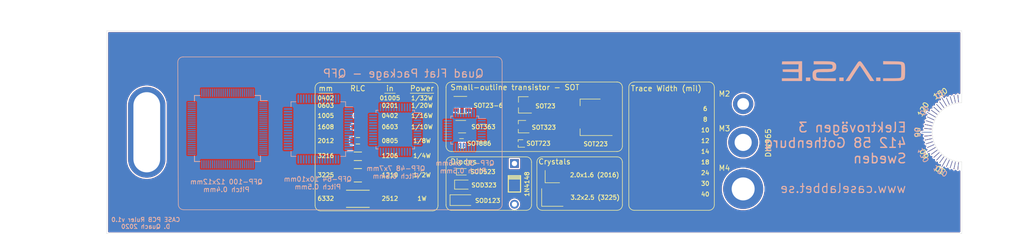
<source format=kicad_pcb>
(kicad_pcb (version 20171130) (host pcbnew "(5.1.5)-3")
  (layers (0 F.Cu signal) (31 B.Cu signal) (34 B.Paste user) (35 F.Paste user) (36 B.SilkS user) (37 F.SilkS user) (38 B.Mask user) (39 F.Mask user) (44 Edge.Cuts user))
  (net 0 "")
  (module prints:case_lab_logo_40x23mm (layer B.Cu) (at 237.9 107.5 180)
    (fp_text reference G*** hide)
    (fp_text value LOGO hide)
  )
  (module Package_QFP:LQFP-32_5x5mm_P0.5mm (layer B.Cu) (at 167 118.6 180)
    (fp_text reference REF**)
    (fp_text value LQFP-32_5x5mm_P0.5mm)
    (pad 32 smd roundrect (at -1.75 3.175 180) (size 0.3 1.5) (layers B.Cu B.Paste B.Mask))
    (pad 31 smd roundrect (at -1.25 3.175 180) (size 0.3 1.5) (layers B.Cu B.Paste B.Mask))
    (pad 30 smd roundrect (at -0.75 3.175 180) (size 0.3 1.5) (layers B.Cu B.Paste B.Mask))
    (pad 29 smd roundrect (at -0.25 3.175 180) (size 0.3 1.5) (layers B.Cu B.Paste B.Mask))
    (pad 28 smd roundrect (at 0.25 3.175 180) (size 0.3 1.5) (layers B.Cu B.Paste B.Mask))
    (pad 27 smd roundrect (at 0.75 3.175 180) (size 0.3 1.5) (layers B.Cu B.Paste B.Mask))
    (pad 26 smd roundrect (at 1.25 3.175 180) (size 0.3 1.5) (layers B.Cu B.Paste B.Mask))
    (pad 25 smd roundrect (at 1.75 3.175 180) (size 0.3 1.5) (layers B.Cu B.Paste B.Mask))
    (pad 24 smd roundrect (at 3.175 1.75 180) (size 1.5 0.3) (layers B.Cu B.Paste B.Mask))
    (pad 23 smd roundrect (at 3.175 1.25 180) (size 1.5 0.3) (layers B.Cu B.Paste B.Mask))
    (pad 22 smd roundrect (at 3.175 0.75 180) (size 1.5 0.3) (layers B.Cu B.Paste B.Mask))
    (pad 21 smd roundrect (at 3.175 0.25 180) (size 1.5 0.3) (layers B.Cu B.Paste B.Mask))
    (pad 20 smd roundrect (at 3.175 -0.25 180) (size 1.5 0.3) (layers B.Cu B.Paste B.Mask))
    (pad 19 smd roundrect (at 3.175 -0.75 180) (size 1.5 0.3) (layers B.Cu B.Paste B.Mask))
    (pad 18 smd roundrect (at 3.175 -1.25 180) (size 1.5 0.3) (layers B.Cu B.Paste B.Mask))
    (pad 17 smd roundrect (at 3.175 -1.75 180) (size 1.5 0.3) (layers B.Cu B.Paste B.Mask))
    (pad 16 smd roundrect (at 1.75 -3.175 180) (size 0.3 1.5) (layers B.Cu B.Paste B.Mask))
    (pad 15 smd roundrect (at 1.25 -3.175 180) (size 0.3 1.5) (layers B.Cu B.Paste B.Mask))
    (pad 14 smd roundrect (at 0.75 -3.175 180) (size 0.3 1.5) (layers B.Cu B.Paste B.Mask))
    (pad 13 smd roundrect (at 0.25 -3.175 180) (size 0.3 1.5) (layers B.Cu B.Paste B.Mask))
    (pad 12 smd roundrect (at -0.25 -3.175 180) (size 0.3 1.5) (layers B.Cu B.Paste B.Mask))
    (pad 11 smd roundrect (at -0.75 -3.175 180) (size 0.3 1.5) (layers B.Cu B.Paste B.Mask))
    (pad 10 smd roundrect (at -1.25 -3.175 180) (size 0.3 1.5) (layers B.Cu B.Paste B.Mask))
    (pad 9 smd roundrect (at -1.75 -3.175 180) (size 0.3 1.5) (layers B.Cu B.Paste B.Mask))
    (pad 8 smd roundrect (at -3.175 -1.75 180) (size 1.5 0.3) (layers B.Cu B.Paste B.Mask))
    (pad 7 smd roundrect (at -3.175 -1.25 180) (size 1.5 0.3) (layers B.Cu B.Paste B.Mask))
    (pad 6 smd roundrect (at -3.175 -0.75 180) (size 1.5 0.3) (layers B.Cu B.Paste B.Mask))
    (pad 5 smd roundrect (at -3.175 -0.25 180) (size 1.5 0.3) (layers B.Cu B.Paste B.Mask))
    (pad 4 smd roundrect (at -3.175 0.25 180) (size 1.5 0.3) (layers B.Cu B.Paste B.Mask))
    (pad 3 smd roundrect (at -3.175 0.75 180) (size 1.5 0.3) (layers B.Cu B.Paste B.Mask))
    (pad 2 smd roundrect (at -3.175 1.25 180) (size 1.5 0.3) (layers B.Cu B.Paste B.Mask))
    (pad 1 smd roundrect (at -3.175 1.75 180) (size 1.5 0.3) (layers B.Cu B.Paste B.Mask))
  )
  (module Package_QFP:LQFP-64_10x10mm_P0.5mm (layer B.Cu) (at 139.6 118.4 180)
    (fp_text reference REF**)
    (fp_text value LQFP-64_10x10mm_P0.5mm)
    (pad 64 smd roundrect (at -3.75 5.675 180) (size 0.3 1.55) (layers B.Cu B.Paste B.Mask))
    (pad 63 smd roundrect (at -3.25 5.675 180) (size 0.3 1.55) (layers B.Cu B.Paste B.Mask))
    (pad 62 smd roundrect (at -2.75 5.675 180) (size 0.3 1.55) (layers B.Cu B.Paste B.Mask))
    (pad 61 smd roundrect (at -2.25 5.675 180) (size 0.3 1.55) (layers B.Cu B.Paste B.Mask))
    (pad 60 smd roundrect (at -1.75 5.675 180) (size 0.3 1.55) (layers B.Cu B.Paste B.Mask))
    (pad 59 smd roundrect (at -1.25 5.675 180) (size 0.3 1.55) (layers B.Cu B.Paste B.Mask))
    (pad 58 smd roundrect (at -0.75 5.675 180) (size 0.3 1.55) (layers B.Cu B.Paste B.Mask))
    (pad 57 smd roundrect (at -0.25 5.675 180) (size 0.3 1.55) (layers B.Cu B.Paste B.Mask))
    (pad 56 smd roundrect (at 0.25 5.675 180) (size 0.3 1.55) (layers B.Cu B.Paste B.Mask))
    (pad 55 smd roundrect (at 0.75 5.675 180) (size 0.3 1.55) (layers B.Cu B.Paste B.Mask))
    (pad 54 smd roundrect (at 1.25 5.675 180) (size 0.3 1.55) (layers B.Cu B.Paste B.Mask))
    (pad 53 smd roundrect (at 1.75 5.675 180) (size 0.3 1.55) (layers B.Cu B.Paste B.Mask))
    (pad 52 smd roundrect (at 2.25 5.675 180) (size 0.3 1.55) (layers B.Cu B.Paste B.Mask))
    (pad 51 smd roundrect (at 2.75 5.675 180) (size 0.3 1.55) (layers B.Cu B.Paste B.Mask))
    (pad 50 smd roundrect (at 3.25 5.675 180) (size 0.3 1.55) (layers B.Cu B.Paste B.Mask))
    (pad 49 smd roundrect (at 3.75 5.675 180) (size 0.3 1.55) (layers B.Cu B.Paste B.Mask))
    (pad 48 smd roundrect (at 5.675 3.75 180) (size 1.55 0.3) (layers B.Cu B.Paste B.Mask))
    (pad 47 smd roundrect (at 5.675 3.25 180) (size 1.55 0.3) (layers B.Cu B.Paste B.Mask))
    (pad 46 smd roundrect (at 5.675 2.75 180) (size 1.55 0.3) (layers B.Cu B.Paste B.Mask))
    (pad 45 smd roundrect (at 5.675 2.25 180) (size 1.55 0.3) (layers B.Cu B.Paste B.Mask))
    (pad 44 smd roundrect (at 5.675 1.75 180) (size 1.55 0.3) (layers B.Cu B.Paste B.Mask))
    (pad 43 smd roundrect (at 5.675 1.25 180) (size 1.55 0.3) (layers B.Cu B.Paste B.Mask))
    (pad 42 smd roundrect (at 5.675 0.75 180) (size 1.55 0.3) (layers B.Cu B.Paste B.Mask))
    (pad 41 smd roundrect (at 5.675 0.25 180) (size 1.55 0.3) (layers B.Cu B.Paste B.Mask))
    (pad 40 smd roundrect (at 5.675 -0.25 180) (size 1.55 0.3) (layers B.Cu B.Paste B.Mask))
    (pad 39 smd roundrect (at 5.675 -0.75 180) (size 1.55 0.3) (layers B.Cu B.Paste B.Mask))
    (pad 38 smd roundrect (at 5.675 -1.25 180) (size 1.55 0.3) (layers B.Cu B.Paste B.Mask))
    (pad 37 smd roundrect (at 5.675 -1.75 180) (size 1.55 0.3) (layers B.Cu B.Paste B.Mask))
    (pad 36 smd roundrect (at 5.675 -2.25 180) (size 1.55 0.3) (layers B.Cu B.Paste B.Mask))
    (pad 35 smd roundrect (at 5.675 -2.75 180) (size 1.55 0.3) (layers B.Cu B.Paste B.Mask))
    (pad 34 smd roundrect (at 5.675 -3.25 180) (size 1.55 0.3) (layers B.Cu B.Paste B.Mask))
    (pad 33 smd roundrect (at 5.675 -3.75 180) (size 1.55 0.3) (layers B.Cu B.Paste B.Mask))
    (pad 32 smd roundrect (at 3.75 -5.675 180) (size 0.3 1.55) (layers B.Cu B.Paste B.Mask))
    (pad 31 smd roundrect (at 3.25 -5.675 180) (size 0.3 1.55) (layers B.Cu B.Paste B.Mask))
    (pad 30 smd roundrect (at 2.75 -5.675 180) (size 0.3 1.55) (layers B.Cu B.Paste B.Mask))
    (pad 29 smd roundrect (at 2.25 -5.675 180) (size 0.3 1.55) (layers B.Cu B.Paste B.Mask))
    (pad 28 smd roundrect (at 1.75 -5.675 180) (size 0.3 1.55) (layers B.Cu B.Paste B.Mask))
    (pad 27 smd roundrect (at 1.25 -5.675 180) (size 0.3 1.55) (layers B.Cu B.Paste B.Mask))
    (pad 26 smd roundrect (at 0.75 -5.675 180) (size 0.3 1.55) (layers B.Cu B.Paste B.Mask))
    (pad 25 smd roundrect (at 0.25 -5.675 180) (size 0.3 1.55) (layers B.Cu B.Paste B.Mask))
    (pad 24 smd roundrect (at -0.25 -5.675 180) (size 0.3 1.55) (layers B.Cu B.Paste B.Mask))
    (pad 23 smd roundrect (at -0.75 -5.675 180) (size 0.3 1.55) (layers B.Cu B.Paste B.Mask))
    (pad 22 smd roundrect (at -1.25 -5.675 180) (size 0.3 1.55) (layers B.Cu B.Paste B.Mask))
    (pad 21 smd roundrect (at -1.75 -5.675 180) (size 0.3 1.55) (layers B.Cu B.Paste B.Mask))
    (pad 20 smd roundrect (at -2.25 -5.675 180) (size 0.3 1.55) (layers B.Cu B.Paste B.Mask))
    (pad 19 smd roundrect (at -2.75 -5.675 180) (size 0.3 1.55) (layers B.Cu B.Paste B.Mask))
    (pad 18 smd roundrect (at -3.25 -5.675 180) (size 0.3 1.55) (layers B.Cu B.Paste B.Mask))
    (pad 17 smd roundrect (at -3.75 -5.675 180) (size 0.3 1.55) (layers B.Cu B.Paste B.Mask))
    (pad 16 smd roundrect (at -5.675 -3.75 180) (size 1.55 0.3) (layers B.Cu B.Paste B.Mask))
    (pad 15 smd roundrect (at -5.675 -3.25 180) (size 1.55 0.3) (layers B.Cu B.Paste B.Mask))
    (pad 14 smd roundrect (at -5.675 -2.75 180) (size 1.55 0.3) (layers B.Cu B.Paste B.Mask))
    (pad 13 smd roundrect (at -5.675 -2.25 180) (size 1.55 0.3) (layers B.Cu B.Paste B.Mask))
    (pad 12 smd roundrect (at -5.675 -1.75 180) (size 1.55 0.3) (layers B.Cu B.Paste B.Mask))
    (pad 11 smd roundrect (at -5.675 -1.25 180) (size 1.55 0.3) (layers B.Cu B.Paste B.Mask))
    (pad 10 smd roundrect (at -5.675 -0.75 180) (size 1.55 0.3) (layers B.Cu B.Paste B.Mask))
    (pad 9 smd roundrect (at -5.675 -0.25 180) (size 1.55 0.3) (layers B.Cu B.Paste B.Mask))
    (pad 8 smd roundrect (at -5.675 0.25 180) (size 1.55 0.3) (layers B.Cu B.Paste B.Mask))
    (pad 7 smd roundrect (at -5.675 0.75 180) (size 1.55 0.3) (layers B.Cu B.Paste B.Mask))
    (pad 6 smd roundrect (at -5.675 1.25 180) (size 1.55 0.3) (layers B.Cu B.Paste B.Mask))
    (pad 5 smd roundrect (at -5.675 1.75 180) (size 1.55 0.3) (layers B.Cu B.Paste B.Mask))
    (pad 4 smd roundrect (at -5.675 2.25 180) (size 1.55 0.3) (layers B.Cu B.Paste B.Mask))
    (pad 3 smd roundrect (at -5.675 2.75 180) (size 1.55 0.3) (layers B.Cu B.Paste B.Mask))
    (pad 2 smd roundrect (at -5.675 3.25 180) (size 1.55 0.3) (layers B.Cu B.Paste B.Mask))
    (pad 1 smd roundrect (at -5.675 3.75 180) (size 1.55 0.3) (layers B.Cu B.Paste B.Mask))
  )
  (module Package_QFP:TQFP-100_12x12mm_P0.4mm (layer B.Cu) (at 122.6 118.3 180)
    (fp_text reference REF**)
    (fp_text value TQFP-100_12x12mm_P0.4mm)
    (pad 100 smd rect (at -4.8 6.7 90) (size 1.5 0.2) (layers B.Cu B.Paste B.Mask))
    (pad 99 smd rect (at -4.4 6.7 90) (size 1.5 0.2) (layers B.Cu B.Paste B.Mask))
    (pad 98 smd rect (at -4 6.7 90) (size 1.5 0.2) (layers B.Cu B.Paste B.Mask))
    (pad 97 smd rect (at -3.6 6.7 90) (size 1.5 0.2) (layers B.Cu B.Paste B.Mask))
    (pad 96 smd rect (at -3.2 6.7 90) (size 1.5 0.2) (layers B.Cu B.Paste B.Mask))
    (pad 95 smd rect (at -2.8 6.7 90) (size 1.5 0.2) (layers B.Cu B.Paste B.Mask))
    (pad 94 smd rect (at -2.4 6.7 90) (size 1.5 0.2) (layers B.Cu B.Paste B.Mask))
    (pad 93 smd rect (at -2 6.7 90) (size 1.5 0.2) (layers B.Cu B.Paste B.Mask))
    (pad 92 smd rect (at -1.6 6.7 90) (size 1.5 0.2) (layers B.Cu B.Paste B.Mask))
    (pad 91 smd rect (at -1.2 6.7 90) (size 1.5 0.2) (layers B.Cu B.Paste B.Mask))
    (pad 90 smd rect (at -0.8 6.7 90) (size 1.5 0.2) (layers B.Cu B.Paste B.Mask))
    (pad 89 smd rect (at -0.4 6.7 90) (size 1.5 0.2) (layers B.Cu B.Paste B.Mask))
    (pad 88 smd rect (at 0 6.7 90) (size 1.5 0.2) (layers B.Cu B.Paste B.Mask))
    (pad 87 smd rect (at 0.4 6.7 90) (size 1.5 0.2) (layers B.Cu B.Paste B.Mask))
    (pad 86 smd rect (at 0.8 6.7 90) (size 1.5 0.2) (layers B.Cu B.Paste B.Mask))
    (pad 85 smd rect (at 1.2 6.7 90) (size 1.5 0.2) (layers B.Cu B.Paste B.Mask))
    (pad 84 smd rect (at 1.6 6.7 90) (size 1.5 0.2) (layers B.Cu B.Paste B.Mask))
    (pad 83 smd rect (at 2 6.7 90) (size 1.5 0.2) (layers B.Cu B.Paste B.Mask))
    (pad 82 smd rect (at 2.4 6.7 90) (size 1.5 0.2) (layers B.Cu B.Paste B.Mask))
    (pad 81 smd rect (at 2.8 6.7 90) (size 1.5 0.2) (layers B.Cu B.Paste B.Mask))
    (pad 80 smd rect (at 3.2 6.7 90) (size 1.5 0.2) (layers B.Cu B.Paste B.Mask))
    (pad 79 smd rect (at 3.6 6.7 90) (size 1.5 0.2) (layers B.Cu B.Paste B.Mask))
    (pad 78 smd rect (at 4 6.7 90) (size 1.5 0.2) (layers B.Cu B.Paste B.Mask))
    (pad 77 smd rect (at 4.4 6.7 90) (size 1.5 0.2) (layers B.Cu B.Paste B.Mask))
    (pad 76 smd rect (at 4.8 6.7 90) (size 1.5 0.2) (layers B.Cu B.Paste B.Mask))
    (pad 75 smd rect (at 6.7 4.8 180) (size 1.5 0.2) (layers B.Cu B.Paste B.Mask))
    (pad 74 smd rect (at 6.7 4.4 180) (size 1.5 0.2) (layers B.Cu B.Paste B.Mask))
    (pad 73 smd rect (at 6.7 4 180) (size 1.5 0.2) (layers B.Cu B.Paste B.Mask))
    (pad 72 smd rect (at 6.7 3.6 180) (size 1.5 0.2) (layers B.Cu B.Paste B.Mask))
    (pad 71 smd rect (at 6.7 3.2 180) (size 1.5 0.2) (layers B.Cu B.Paste B.Mask))
    (pad 70 smd rect (at 6.7 2.8 180) (size 1.5 0.2) (layers B.Cu B.Paste B.Mask))
    (pad 69 smd rect (at 6.7 2.4 180) (size 1.5 0.2) (layers B.Cu B.Paste B.Mask))
    (pad 68 smd rect (at 6.7 2 180) (size 1.5 0.2) (layers B.Cu B.Paste B.Mask))
    (pad 67 smd rect (at 6.7 1.6 180) (size 1.5 0.2) (layers B.Cu B.Paste B.Mask))
    (pad 66 smd rect (at 6.7 1.2 180) (size 1.5 0.2) (layers B.Cu B.Paste B.Mask))
    (pad 65 smd rect (at 6.7 0.8 180) (size 1.5 0.2) (layers B.Cu B.Paste B.Mask))
    (pad 64 smd rect (at 6.7 0.4 180) (size 1.5 0.2) (layers B.Cu B.Paste B.Mask))
    (pad 63 smd rect (at 6.7 0 180) (size 1.5 0.2) (layers B.Cu B.Paste B.Mask))
    (pad 62 smd rect (at 6.7 -0.4 180) (size 1.5 0.2) (layers B.Cu B.Paste B.Mask))
    (pad 61 smd rect (at 6.7 -0.8 180) (size 1.5 0.2) (layers B.Cu B.Paste B.Mask))
    (pad 60 smd rect (at 6.7 -1.2 180) (size 1.5 0.2) (layers B.Cu B.Paste B.Mask))
    (pad 59 smd rect (at 6.7 -1.6 180) (size 1.5 0.2) (layers B.Cu B.Paste B.Mask))
    (pad 58 smd rect (at 6.7 -2 180) (size 1.5 0.2) (layers B.Cu B.Paste B.Mask))
    (pad 57 smd rect (at 6.7 -2.4 180) (size 1.5 0.2) (layers B.Cu B.Paste B.Mask))
    (pad 56 smd rect (at 6.7 -2.8 180) (size 1.5 0.2) (layers B.Cu B.Paste B.Mask))
    (pad 55 smd rect (at 6.7 -3.2 180) (size 1.5 0.2) (layers B.Cu B.Paste B.Mask))
    (pad 54 smd rect (at 6.7 -3.6 180) (size 1.5 0.2) (layers B.Cu B.Paste B.Mask))
    (pad 53 smd rect (at 6.7 -4 180) (size 1.5 0.2) (layers B.Cu B.Paste B.Mask))
    (pad 52 smd rect (at 6.7 -4.4 180) (size 1.5 0.2) (layers B.Cu B.Paste B.Mask))
    (pad 51 smd rect (at 6.7 -4.8 180) (size 1.5 0.2) (layers B.Cu B.Paste B.Mask))
    (pad 50 smd rect (at 4.8 -6.7 90) (size 1.5 0.2) (layers B.Cu B.Paste B.Mask))
    (pad 49 smd rect (at 4.4 -6.7 90) (size 1.5 0.2) (layers B.Cu B.Paste B.Mask))
    (pad 48 smd rect (at 4 -6.7 90) (size 1.5 0.2) (layers B.Cu B.Paste B.Mask))
    (pad 47 smd rect (at 3.6 -6.7 90) (size 1.5 0.2) (layers B.Cu B.Paste B.Mask))
    (pad 46 smd rect (at 3.2 -6.7 90) (size 1.5 0.2) (layers B.Cu B.Paste B.Mask))
    (pad 45 smd rect (at 2.8 -6.7 90) (size 1.5 0.2) (layers B.Cu B.Paste B.Mask))
    (pad 44 smd rect (at 2.4 -6.7 90) (size 1.5 0.2) (layers B.Cu B.Paste B.Mask))
    (pad 43 smd rect (at 2 -6.7 90) (size 1.5 0.2) (layers B.Cu B.Paste B.Mask))
    (pad 42 smd rect (at 1.6 -6.7 90) (size 1.5 0.2) (layers B.Cu B.Paste B.Mask))
    (pad 41 smd rect (at 1.2 -6.7 90) (size 1.5 0.2) (layers B.Cu B.Paste B.Mask))
    (pad 40 smd rect (at 0.8 -6.7 90) (size 1.5 0.2) (layers B.Cu B.Paste B.Mask))
    (pad 39 smd rect (at 0.4 -6.7 90) (size 1.5 0.2) (layers B.Cu B.Paste B.Mask))
    (pad 38 smd rect (at 0 -6.7 90) (size 1.5 0.2) (layers B.Cu B.Paste B.Mask))
    (pad 37 smd rect (at -0.4 -6.7 90) (size 1.5 0.2) (layers B.Cu B.Paste B.Mask))
    (pad 36 smd rect (at -0.8 -6.7 90) (size 1.5 0.2) (layers B.Cu B.Paste B.Mask))
    (pad 35 smd rect (at -1.2 -6.7 90) (size 1.5 0.2) (layers B.Cu B.Paste B.Mask))
    (pad 34 smd rect (at -1.6 -6.7 90) (size 1.5 0.2) (layers B.Cu B.Paste B.Mask))
    (pad 33 smd rect (at -2 -6.7 90) (size 1.5 0.2) (layers B.Cu B.Paste B.Mask))
    (pad 32 smd rect (at -2.4 -6.7 90) (size 1.5 0.2) (layers B.Cu B.Paste B.Mask))
    (pad 31 smd rect (at -2.8 -6.7 90) (size 1.5 0.2) (layers B.Cu B.Paste B.Mask))
    (pad 30 smd rect (at -3.2 -6.7 90) (size 1.5 0.2) (layers B.Cu B.Paste B.Mask))
    (pad 29 smd rect (at -3.6 -6.7 90) (size 1.5 0.2) (layers B.Cu B.Paste B.Mask))
    (pad 28 smd rect (at -4 -6.7 90) (size 1.5 0.2) (layers B.Cu B.Paste B.Mask))
    (pad 27 smd rect (at -4.4 -6.7 90) (size 1.5 0.2) (layers B.Cu B.Paste B.Mask))
    (pad 26 smd rect (at -4.8 -6.7 90) (size 1.5 0.2) (layers B.Cu B.Paste B.Mask))
    (pad 25 smd rect (at -6.7 -4.8 180) (size 1.5 0.2) (layers B.Cu B.Paste B.Mask))
    (pad 24 smd rect (at -6.7 -4.4 180) (size 1.5 0.2) (layers B.Cu B.Paste B.Mask))
    (pad 23 smd rect (at -6.7 -4 180) (size 1.5 0.2) (layers B.Cu B.Paste B.Mask))
    (pad 22 smd rect (at -6.7 -3.6 180) (size 1.5 0.2) (layers B.Cu B.Paste B.Mask))
    (pad 21 smd rect (at -6.7 -3.2 180) (size 1.5 0.2) (layers B.Cu B.Paste B.Mask))
    (pad 20 smd rect (at -6.7 -2.8 180) (size 1.5 0.2) (layers B.Cu B.Paste B.Mask))
    (pad 19 smd rect (at -6.7 -2.4 180) (size 1.5 0.2) (layers B.Cu B.Paste B.Mask))
    (pad 18 smd rect (at -6.7 -2 180) (size 1.5 0.2) (layers B.Cu B.Paste B.Mask))
    (pad 17 smd rect (at -6.7 -1.6 180) (size 1.5 0.2) (layers B.Cu B.Paste B.Mask))
    (pad 16 smd rect (at -6.7 -1.2 180) (size 1.5 0.2) (layers B.Cu B.Paste B.Mask))
    (pad 15 smd rect (at -6.7 -0.8 180) (size 1.5 0.2) (layers B.Cu B.Paste B.Mask))
    (pad 14 smd rect (at -6.7 -0.4 180) (size 1.5 0.2) (layers B.Cu B.Paste B.Mask))
    (pad 13 smd rect (at -6.7 0 180) (size 1.5 0.2) (layers B.Cu B.Paste B.Mask))
    (pad 12 smd rect (at -6.7 0.4 180) (size 1.5 0.2) (layers B.Cu B.Paste B.Mask))
    (pad 11 smd rect (at -6.7 0.8 180) (size 1.5 0.2) (layers B.Cu B.Paste B.Mask))
    (pad 10 smd rect (at -6.7 1.2 180) (size 1.5 0.2) (layers B.Cu B.Paste B.Mask))
    (pad 9 smd rect (at -6.7 1.6 180) (size 1.5 0.2) (layers B.Cu B.Paste B.Mask))
    (pad 8 smd rect (at -6.7 2 180) (size 1.5 0.2) (layers B.Cu B.Paste B.Mask))
    (pad 7 smd rect (at -6.7 2.4 180) (size 1.5 0.2) (layers B.Cu B.Paste B.Mask))
    (pad 6 smd rect (at -6.7 2.8 180) (size 1.5 0.2) (layers B.Cu B.Paste B.Mask))
    (pad 5 smd rect (at -6.7 3.2 180) (size 1.5 0.2) (layers B.Cu B.Paste B.Mask))
    (pad 4 smd rect (at -6.7 3.6 180) (size 1.5 0.2) (layers B.Cu B.Paste B.Mask))
    (pad 3 smd rect (at -6.7 4 180) (size 1.5 0.2) (layers B.Cu B.Paste B.Mask))
    (pad 2 smd rect (at -6.7 4.4 180) (size 1.5 0.2) (layers B.Cu B.Paste B.Mask))
    (pad 1 smd rect (at -6.7 4.8 180) (size 1.5 0.2) (layers B.Cu B.Paste B.Mask))
  )
  (module prints:true_qr_case_25x25mm (layer F.Cu) (at 125.2 121.7)
    (fp_text reference G*** hide)
    (fp_text value LOGO hide)
  )
  (module Custom:OvalDrillPad_test (layer F.Cu) (at 107.4 118.5)
    (fp_text reference REF**)
    (fp_text value OvalDrillPad_test)
    (pad 1 thru_hole oval (at 0.1 0.5) (size 7 17) (drill oval 5 15) (layers *.Cu *.Mask))
  )
  (module prints:case_head_inverse (layer B.Cu) (at 196.8 118.9 180)
    (fp_text reference G*** hide)
    (fp_text value LOGO hide)
  )
  (module prints:fmask_case_lab_logo_35x20mm (layer F.Cu) (at 236.8 123.6)
    (fp_text reference G*** hide)
    (fp_text value LOGO hide)
  )
  (module Package_QFP:LQFP-48_7x7mm_P0.5mm (layer B.Cu) (at 154 118.5 180)
    (fp_text reference REF**)
    (fp_text value LQFP-48_7x7mm_P0.5mm)
    (pad 48 smd roundrect (at -2.75 4.1625 180) (size 0.3 1.475) (layers B.Cu B.Paste B.Mask))
    (pad 47 smd roundrect (at -2.25 4.1625 180) (size 0.3 1.475) (layers B.Cu B.Paste B.Mask))
    (pad 46 smd roundrect (at -1.75 4.1625 180) (size 0.3 1.475) (layers B.Cu B.Paste B.Mask))
    (pad 45 smd roundrect (at -1.25 4.1625 180) (size 0.3 1.475) (layers B.Cu B.Paste B.Mask))
    (pad 44 smd roundrect (at -0.75 4.1625 180) (size 0.3 1.475) (layers B.Cu B.Paste B.Mask))
    (pad 43 smd roundrect (at -0.25 4.1625 180) (size 0.3 1.475) (layers B.Cu B.Paste B.Mask))
    (pad 42 smd roundrect (at 0.25 4.1625 180) (size 0.3 1.475) (layers B.Cu B.Paste B.Mask))
    (pad 41 smd roundrect (at 0.75 4.1625 180) (size 0.3 1.475) (layers B.Cu B.Paste B.Mask))
    (pad 40 smd roundrect (at 1.25 4.1625 180) (size 0.3 1.475) (layers B.Cu B.Paste B.Mask))
    (pad 39 smd roundrect (at 1.75 4.1625 180) (size 0.3 1.475) (layers B.Cu B.Paste B.Mask))
    (pad 38 smd roundrect (at 2.25 4.1625 180) (size 0.3 1.475) (layers B.Cu B.Paste B.Mask))
    (pad 37 smd roundrect (at 2.75 4.1625 180) (size 0.3 1.475) (layers B.Cu B.Paste B.Mask))
    (pad 36 smd roundrect (at 4.1625 2.75 180) (size 1.475 0.3) (layers B.Cu B.Paste B.Mask))
    (pad 35 smd roundrect (at 4.1625 2.25 180) (size 1.475 0.3) (layers B.Cu B.Paste B.Mask))
    (pad 34 smd roundrect (at 4.1625 1.75 180) (size 1.475 0.3) (layers B.Cu B.Paste B.Mask))
    (pad 33 smd roundrect (at 4.1625 1.25 180) (size 1.475 0.3) (layers B.Cu B.Paste B.Mask))
    (pad 32 smd roundrect (at 4.1625 0.75 180) (size 1.475 0.3) (layers B.Cu B.Paste B.Mask))
    (pad 31 smd roundrect (at 4.1625 0.25 180) (size 1.475 0.3) (layers B.Cu B.Paste B.Mask))
    (pad 30 smd roundrect (at 4.1625 -0.25 180) (size 1.475 0.3) (layers B.Cu B.Paste B.Mask))
    (pad 29 smd roundrect (at 4.1625 -0.75 180) (size 1.475 0.3) (layers B.Cu B.Paste B.Mask))
    (pad 28 smd roundrect (at 4.1625 -1.25 180) (size 1.475 0.3) (layers B.Cu B.Paste B.Mask))
    (pad 27 smd roundrect (at 4.1625 -1.75 180) (size 1.475 0.3) (layers B.Cu B.Paste B.Mask))
    (pad 26 smd roundrect (at 4.1625 -2.25 180) (size 1.475 0.3) (layers B.Cu B.Paste B.Mask))
    (pad 25 smd roundrect (at 4.1625 -2.75 180) (size 1.475 0.3) (layers B.Cu B.Paste B.Mask))
    (pad 24 smd roundrect (at 2.75 -4.1625 180) (size 0.3 1.475) (layers B.Cu B.Paste B.Mask))
    (pad 23 smd roundrect (at 2.25 -4.1625 180) (size 0.3 1.475) (layers B.Cu B.Paste B.Mask))
    (pad 22 smd roundrect (at 1.75 -4.1625 180) (size 0.3 1.475) (layers B.Cu B.Paste B.Mask))
    (pad 21 smd roundrect (at 1.25 -4.1625 180) (size 0.3 1.475) (layers B.Cu B.Paste B.Mask))
    (pad 20 smd roundrect (at 0.75 -4.1625 180) (size 0.3 1.475) (layers B.Cu B.Paste B.Mask))
    (pad 19 smd roundrect (at 0.25 -4.1625 180) (size 0.3 1.475) (layers B.Cu B.Paste B.Mask))
    (pad 18 smd roundrect (at -0.25 -4.1625 180) (size 0.3 1.475) (layers B.Cu B.Paste B.Mask))
    (pad 17 smd roundrect (at -0.75 -4.1625 180) (size 0.3 1.475) (layers B.Cu B.Paste B.Mask))
    (pad 16 smd roundrect (at -1.25 -4.1625 180) (size 0.3 1.475) (layers B.Cu B.Paste B.Mask))
    (pad 15 smd roundrect (at -1.75 -4.1625 180) (size 0.3 1.475) (layers B.Cu B.Paste B.Mask))
    (pad 14 smd roundrect (at -2.25 -4.1625 180) (size 0.3 1.475) (layers B.Cu B.Paste B.Mask))
    (pad 13 smd roundrect (at -2.75 -4.1625 180) (size 0.3 1.475) (layers B.Cu B.Paste B.Mask))
    (pad 12 smd roundrect (at -4.1625 -2.75 180) (size 1.475 0.3) (layers B.Cu B.Paste B.Mask))
    (pad 11 smd roundrect (at -4.1625 -2.25 180) (size 1.475 0.3) (layers B.Cu B.Paste B.Mask))
    (pad 10 smd roundrect (at -4.1625 -1.75 180) (size 1.475 0.3) (layers B.Cu B.Paste B.Mask))
    (pad 9 smd roundrect (at -4.1625 -1.25 180) (size 1.475 0.3) (layers B.Cu B.Paste B.Mask))
    (pad 8 smd roundrect (at -4.1625 -0.75 180) (size 1.475 0.3) (layers B.Cu B.Paste B.Mask))
    (pad 7 smd roundrect (at -4.1625 -0.25 180) (size 1.475 0.3) (layers B.Cu B.Paste B.Mask))
    (pad 6 smd roundrect (at -4.1625 0.25 180) (size 1.475 0.3) (layers B.Cu B.Paste B.Mask))
    (pad 5 smd roundrect (at -4.1625 0.75 180) (size 1.475 0.3) (layers B.Cu B.Paste B.Mask))
    (pad 4 smd roundrect (at -4.1625 1.25 180) (size 1.475 0.3) (layers B.Cu B.Paste B.Mask))
    (pad 3 smd roundrect (at -4.1625 1.75 180) (size 1.475 0.3) (layers B.Cu B.Paste B.Mask))
    (pad 2 smd roundrect (at -4.1625 2.25 180) (size 1.475 0.3) (layers B.Cu B.Paste B.Mask))
    (pad 1 smd roundrect (at -4.1625 2.75 180) (size 1.475 0.3) (layers B.Cu B.Paste B.Mask))
  )
  (module prints:Degree_Scale (layer B.Cu) (at 260 119 180)
    (fp_text reference REF** hide)
    (fp_text value Degree_Scale hide)
    (fp_line (start 1.181312 -5.550826) (end 1.464823 -6.884663) (layer B.Cu) (width 0.1))
    (fp_line (start 3.339708 -4.589863) (end 4.141232 -5.693069) (layer B.Cu) (width 0.1))
    (fp_line (start 3.801919 -4.215585) (end 4.714345 -5.228959) (layer B.Cu) (width 0.1))
    (fp_line (start 0.59396 -5.643859) (end 0.736484 -7.000043) (layer B.Cu) (width 0.1))
    (fp_line (start 2.840935 -4.913783) (end 3.750027 -6.488359) (layer B.Cu) (width 0.1))
    (fp_line (start 1.755773 -5.39691) (end 2.177188 -6.693788) (layer B.Cu) (width 0.1))
    (fp_line (start 2.311054 -5.183784) (end 2.86563 -6.429527) (layer B.Cu) (width 0.1))
    (fp_line (start 4.222436 -3.795047) (end 5.235824 -4.7075) (layer B.Cu) (width 0.1))
    (fp_line (start 5.557691 1.188158) (end 6.891528 1.471667) (layer B.Cu) (width 0.1))
    (fp_line (start 4.920621 2.847717) (end 6.495224 3.756809) (layer B.Cu) (width 0.1))
    (fp_line (start 5.403749 -1.748953) (end 6.700652 -2.170344) (layer B.Cu) (width 0.1))
    (fp_line (start 1.755773 5.410595) (end 2.177188 6.707428) (layer B.Cu) (width 0.1))
    (fp_line (start 5.650717 0.600741) (end 7.006882 0.743265) (layer B.Cu) (width 0.1))
    (fp_line (start 0.59396 5.657543) (end 0.736484 7.013707) (layer B.Cu) (width 0.1))
    (fp_line (start 5.190623 2.317835) (end 6.436366 2.872476) (layer B.Cu) (width 0.1))
    (fp_line (start 4.920621 -2.83409) (end 6.495224 -3.743182) (layer B.Cu) (width 0.1))
    (fp_line (start 1.181312 5.564473) (end 1.464823 6.898316) (layer B.Cu) (width 0.1))
    (fp_line (start 5.557691 -1.174467) (end 6.891528 -1.457977) (layer B.Cu) (width 0.1))
    (fp_line (start 4.596708 3.346489) (end 5.699901 4.148077) (layer B.Cu) (width 0.1))
    (fp_line (start 3.339708 4.603554) (end 4.141232 5.70674) (layer B.Cu) (width 0.1))
    (fp_line (start 5.650717 -0.58705) (end 7.006882 -0.729639) (layer B.Cu) (width 0.1))
    (fp_line (start 2.840935 4.927409) (end 3.750027 6.502043) (layer B.Cu) (width 0.1))
    (fp_line (start 4.222436 3.8087) (end 5.235824 4.721191) (layer B.Cu) (width 0.1))
    (fp_line (start 5.681839 0.006846) (end 7.500028 0.006846) (layer B.Cu) (width 0.1))
    (fp_line (start 4.596708 -3.332875) (end 5.699901 -4.134381) (layer B.Cu) (width 0.1))
    (fp_line (start 3.801919 4.229282) (end 4.714345 5.242605) (layer B.Cu) (width 0.1))
    (fp_line (start 2.311054 5.197448) (end 2.86563 6.443161) (layer B.Cu) (width 0.1))
    (fp_line (start 5.190623 -2.30419) (end 6.436366 -2.858817) (layer B.Cu) (width 0.1))
    (fp_line (start 5.403749 1.762618) (end 6.700652 2.183969) (layer B.Cu) (width 0.1))
    (fp_text user 90 (at 8.25 0.025 270) (layer B.SilkS) (effects (justify mirror)))
    (fp_text user 30 (at 4 7.025 210) (layer B.SilkS) (effects (justify mirror)))
    (fp_text user 60 (at 7 4.025 240) (layer B.SilkS) (effects (justify mirror)))
    (fp_text user 150 (at 4 -7.225 150 unlocked) (layer B.SilkS) (effects (justify mirror)))
    (fp_text user 120 (at 7.2 -4.3 120 unlocked) (layer B.SilkS) (effects (justify mirror)))
  )
  (module MountingHole:MountingHole_4.3mm_M4_DIN965_Pad (layer F.Cu) (at 219.1 129.6)
    (fp_text reference REF**)
    (fp_text value MountingHole_4.3mm_M4_DIN965_Pad)
    (pad 1 thru_hole circle (at 0 0) (size 7.5 7.5) (drill 4.3) (layers *.Cu *.Mask))
  )
  (module MountingHole:MountingHole_3.2mm_M3_DIN965_Pad (layer F.Cu) (at 219.1 120.9)
    (fp_text reference REF**)
    (fp_text value MountingHole_3.2mm_M3_DIN965_Pad)
    (pad 1 thru_hole circle (at 0 0) (size 5.6 5.6) (drill 3.2) (layers *.Cu *.Mask))
  )
  (module MountingHole:MountingHole_2.2mm_M2_DIN965_Pad (layer F.Cu) (at 219.1 113.7)
    (fp_text reference REF**)
    (fp_text value MountingHole_2.2mm_M2_DIN965_Pad)
    (pad 1 thru_hole circle (at 0 0) (size 3.8 3.8) (drill 2.2) (layers *.Cu *.Mask))
  )
  (module Crystal:Crystal_SMD_3225-4Pin_3.2x2.5mm (layer F.Cu) (at 183.4 131.2)
    (fp_text reference REF**)
    (fp_text value Crystal_SMD_3225-4Pin_3.2x2.5mm)
    (pad 4 smd rect (at -1.1 -0.85) (size 1.4 1.2) (layers F.Cu F.Paste F.Mask))
    (pad 3 smd rect (at 1.1 -0.85) (size 1.4 1.2) (layers F.Cu F.Paste F.Mask))
    (pad 2 smd rect (at 1.1 0.85) (size 1.4 1.2) (layers F.Cu F.Paste F.Mask))
    (pad 1 smd rect (at -1.1 0.85) (size 1.4 1.2) (layers F.Cu F.Paste F.Mask))
  )
  (module prints:Degree_Scale (layer F.Cu) (at 260 119 180)
    (fp_text reference REF** hide)
    (fp_text value Degree_Scale hide)
    (fp_text user 120 (at 7.2 4.3 60 unlocked) (layer F.SilkS))
    (fp_text user 150 (at 4 7.225 30 unlocked) (layer F.SilkS))
    (fp_text user 60 (at 7 -4.025 120 unlocked) (layer F.SilkS))
    (fp_text user 30 (at 4 -7.025 150 unlocked) (layer F.SilkS))
    (fp_text user 90 (at 8.25 -0.025 90 unlocked) (layer F.SilkS))
    (fp_line (start 5.403749 -1.762618) (end 6.700652 -2.183969) (layer F.Cu) (width 0.1))
    (fp_line (start 5.190623 2.30419) (end 6.436366 2.858817) (layer F.Cu) (width 0.1))
    (fp_line (start 2.311054 -5.197448) (end 2.86563 -6.443161) (layer F.Cu) (width 0.1))
    (fp_line (start 3.801919 -4.229282) (end 4.714345 -5.242605) (layer F.Cu) (width 0.1))
    (fp_line (start 4.596708 3.332875) (end 5.699901 4.134381) (layer F.Cu) (width 0.1))
    (fp_line (start 5.681839 -0.006846) (end 7.500028 -0.006846) (layer F.Cu) (width 0.1))
    (fp_line (start 4.222436 -3.8087) (end 5.235824 -4.721191) (layer F.Cu) (width 0.1))
    (fp_line (start 2.840935 -4.927409) (end 3.750027 -6.502043) (layer F.Cu) (width 0.1))
    (fp_line (start 5.650717 0.58705) (end 7.006882 0.729639) (layer F.Cu) (width 0.1))
    (fp_line (start 3.339708 -4.603554) (end 4.141232 -5.70674) (layer F.Cu) (width 0.1))
    (fp_line (start 4.596708 -3.346489) (end 5.699901 -4.148077) (layer F.Cu) (width 0.1))
    (fp_line (start 5.557691 1.174467) (end 6.891528 1.457977) (layer F.Cu) (width 0.1))
    (fp_line (start 1.181312 -5.564473) (end 1.464823 -6.898316) (layer F.Cu) (width 0.1))
    (fp_line (start 4.920621 2.83409) (end 6.495224 3.743182) (layer F.Cu) (width 0.1))
    (fp_line (start 5.190623 -2.317835) (end 6.436366 -2.872476) (layer F.Cu) (width 0.1))
    (fp_line (start 0.59396 -5.657543) (end 0.736484 -7.013707) (layer F.Cu) (width 0.1))
    (fp_line (start 5.650717 -0.600741) (end 7.006882 -0.743265) (layer F.Cu) (width 0.1))
    (fp_line (start 1.755773 -5.410595) (end 2.177188 -6.707428) (layer F.Cu) (width 0.1))
    (fp_line (start 5.403749 1.748953) (end 6.700652 2.170344) (layer F.Cu) (width 0.1))
    (fp_line (start 4.920621 -2.847717) (end 6.495224 -3.756809) (layer F.Cu) (width 0.1))
    (fp_line (start 5.557691 -1.188158) (end 6.891528 -1.471667) (layer F.Cu) (width 0.1))
    (fp_line (start 4.222436 3.795047) (end 5.235824 4.7075) (layer F.Cu) (width 0.1))
    (fp_line (start 2.311054 5.183784) (end 2.86563 6.429527) (layer F.Cu) (width 0.1))
    (fp_line (start 1.755773 5.39691) (end 2.177188 6.693788) (layer F.Cu) (width 0.1))
    (fp_line (start 2.840935 4.913783) (end 3.750027 6.488359) (layer F.Cu) (width 0.1))
    (fp_line (start 0.59396 5.643859) (end 0.736484 7.000043) (layer F.Cu) (width 0.1))
    (fp_line (start 3.801919 4.215585) (end 4.714345 5.228959) (layer F.Cu) (width 0.1))
    (fp_line (start 3.339708 4.589863) (end 4.141232 5.693069) (layer F.Cu) (width 0.1))
    (fp_line (start 1.181312 5.550826) (end 1.464823 6.884663) (layer F.Cu) (width 0.1))
  )
  (module Crystal:Crystal_SMD_2016-4Pin_2.0x1.6mm (layer F.Cu) (at 183.4 127.3)
    (fp_text reference REF**)
    (fp_text value Crystal_SMD_2016-4Pin_2.0x1.6mm)
    (pad 4 smd rect (at -0.7 -0.55) (size 0.9 0.8) (layers F.Cu F.Paste F.Mask))
    (pad 3 smd rect (at 0.7 -0.55) (size 0.9 0.8) (layers F.Cu F.Paste F.Mask))
    (pad 2 smd rect (at 0.7 0.55) (size 0.9 0.8) (layers F.Cu F.Paste F.Mask))
    (pad 1 smd rect (at -0.7 0.55) (size 0.9 0.8) (layers F.Cu F.Paste F.Mask))
  )
  (module Keebio-Parts:Diode (layer F.Cu) (at 176.3 128.66 90)
    (fp_text reference Ref** hide)
    (fp_text value VAL** hide)
    (pad 2 thru_hole rect (at 3.81 0 90) (size 1.651 1.651) (drill 0.9906) (layers *.Cu *.Mask))
    (pad 1 thru_hole circle (at -3.81 0 90) (size 1.651 1.651) (drill 0.9906) (layers *.Cu *.Mask))
  )
  (module Package_TO_SOT_SMD:SOT-886 (layer F.Cu) (at 166.5 121.1)
    (fp_text reference REF**)
    (fp_text value SOT-886)
    (pad 6 smd rect (at 0.34 -0.5) (size 0.33 0.27) (layers F.Cu F.Paste F.Mask))
    (pad 5 smd rect (at 0.34 0) (size 0.33 0.27) (layers F.Cu F.Paste F.Mask))
    (pad 4 smd rect (at 0.34 0.5) (size 0.33 0.27) (layers F.Cu F.Paste F.Mask))
    (pad 3 smd rect (at -0.34 0.5) (size 0.33 0.27) (layers F.Cu F.Paste F.Mask))
    (pad 2 smd rect (at -0.34 0) (size 0.33 0.27) (layers F.Cu F.Paste F.Mask))
    (pad 1 smd rect (at -0.34 -0.5) (size 0.33 0.27) (layers F.Cu F.Paste F.Mask))
  )
  (module Package_TO_SOT_SMD:SOT-723 (layer F.Cu) (at 177.5 121.1 180)
    (fp_text reference REF**)
    (fp_text value SOT-723)
    (pad 3 smd rect (at 0.575 0 180) (size 0.45 0.5) (layers F.Cu F.Paste F.Mask))
    (pad 2 smd rect (at -0.575 0.4 180) (size 0.45 0.4) (layers F.Cu F.Paste F.Mask))
    (pad 1 smd rect (at -0.575 -0.4 180) (size 0.45 0.4) (layers F.Cu F.Paste F.Mask))
  )
  (module Diode_SMD:D_SOD-523 (layer F.Cu) (at 166.6 126.4)
    (fp_text reference REF** hide)
    (fp_text value D_SOD-523)
    (pad 1 smd rect (at -0.7 0 180) (size 0.6 0.7) (layers F.Cu F.Paste F.Mask))
    (pad 2 smd rect (at 0.7 0 180) (size 0.6 0.7) (layers F.Cu F.Paste F.Mask))
  )
  (module Diode_SMD:D_SOD-323 (layer F.Cu) (at 166.6 128.8)
    (fp_text reference REF** hide)
    (fp_text value D_SOD-323)
    (pad 2 smd rect (at 1.05 0) (size 0.6 0.45) (layers F.Cu F.Paste F.Mask))
    (pad 1 smd rect (at -1.05 0) (size 0.6 0.45) (layers F.Cu F.Paste F.Mask))
  )
  (module Diode_SMD:D_SOD-123 (layer F.Cu) (at 166.5 131.7)
    (fp_text reference REF**)
    (fp_text value D_SOD-123)
    (pad 2 smd rect (at 1.65 0) (size 0.9 1.2) (layers F.Cu F.Paste F.Mask))
    (pad 1 smd rect (at -1.65 0) (size 0.9 1.2) (layers F.Cu F.Paste F.Mask))
  )
  (module Package_TO_SOT_SMD:SOT-223 (layer F.Cu) (at 190.5 116.2 180)
    (fp_text reference REF**)
    (fp_text value SOT-223)
    (pad 1 smd rect (at -3.15 -2.3 180) (size 2 1.5) (layers F.Cu F.Paste F.Mask))
    (pad 3 smd rect (at -3.15 2.3 180) (size 2 1.5) (layers F.Cu F.Paste F.Mask))
    (pad 2 smd rect (at -3.15 0 180) (size 2 1.5) (layers F.Cu F.Paste F.Mask))
    (pad 4 smd rect (at 3.15 0 180) (size 2 3.8) (layers F.Cu F.Paste F.Mask))
  )
  (module Package_TO_SOT_SMD:SOT-323_SC-70 (layer F.Cu) (at 177.75 117.95 180)
    (fp_text reference REF**)
    (fp_text value SOT-323_SC-70)
    (pad 3 smd rect (at 1 0 90) (size 0.45 0.7) (layers F.Cu F.Paste F.Mask))
    (pad 2 smd rect (at -1 0.65 90) (size 0.45 0.7) (layers F.Cu F.Paste F.Mask))
    (pad 1 smd rect (at -1 -0.65 90) (size 0.45 0.7) (layers F.Cu F.Paste F.Mask))
  )
  (module Package_TO_SOT_SMD:SOT-363_SC-70-6 (layer F.Cu) (at 166.5 117.95)
    (fp_text reference REF**)
    (fp_text value SOT-363_SC-70-6)
    (pad 6 smd rect (at 0.95 -0.65) (size 0.65 0.4) (layers F.Cu F.Paste F.Mask))
    (pad 4 smd rect (at 0.95 0.65) (size 0.65 0.4) (layers F.Cu F.Paste F.Mask))
    (pad 2 smd rect (at -0.95 0) (size 0.65 0.4) (layers F.Cu F.Paste F.Mask))
    (pad 5 smd rect (at 0.95 0) (size 0.65 0.4) (layers F.Cu F.Paste F.Mask))
    (pad 3 smd rect (at -0.95 0.65) (size 0.65 0.4) (layers F.Cu F.Paste F.Mask))
    (pad 1 smd rect (at -0.95 -0.65) (size 0.65 0.4) (layers F.Cu F.Paste F.Mask))
  )
  (module Package_TO_SOT_SMD:SOT-23-6 (layer F.Cu) (at 166.5 113.9)
    (fp_text reference "" hide)
    (fp_text value SOT-23-6)
    (pad 5 smd rect (at 1.1 0) (size 1.06 0.65) (layers F.Cu F.Paste F.Mask))
    (pad 6 smd rect (at 1.1 -0.95) (size 1.06 0.65) (layers F.Cu F.Paste F.Mask))
    (pad 4 smd rect (at 1.1 0.95) (size 1.06 0.65) (layers F.Cu F.Paste F.Mask))
    (pad 3 smd rect (at -1.1 0.95) (size 1.06 0.65) (layers F.Cu F.Paste F.Mask))
    (pad 2 smd rect (at -1.1 0) (size 1.06 0.65) (layers F.Cu F.Paste F.Mask))
    (pad 1 smd rect (at -1.1 -0.95) (size 1.06 0.65) (layers F.Cu F.Paste F.Mask))
  )
  (module Package_TO_SOT_SMD:TSOT-23 (layer F.Cu) (at 178 113.9 180)
    (fp_text reference REF** hide)
    (fp_text value TSOT-23)
    (pad 3 smd rect (at 1.31 0 180) (size 1.22 0.65) (layers F.Cu F.Paste F.Mask))
    (pad 2 smd rect (at -1.31 0.95 180) (size 1.22 0.65) (layers F.Cu F.Paste F.Mask))
    (pad 1 smd rect (at -1.31 -0.95 180) (size 1.22 0.65) (layers F.Cu F.Paste F.Mask))
  )
  (module Resistor_SMD:R_0805_2012Metric (layer F.Cu) (at 147 120.6)
    (fp_text reference REF**)
    (fp_text value R_0805_2012Metric)
    (pad 2 smd roundrect (at 0.9375 0) (size 0.975 1.4) (layers F.Cu F.Paste F.Mask))
    (pad 1 smd roundrect (at -0.9375 0) (size 0.975 1.4) (layers F.Cu F.Paste F.Mask))
  )
  (module Resistor_SMD:R_1206_3216Metric (layer F.Cu) (at 147 123.5)
    (fp_text reference REF**)
    (fp_text value R_1206_3216Metric)
    (pad 2 smd roundrect (at 1.4 0) (size 1.25 1.75) (layers F.Cu F.Paste F.Mask) (roundrect_rratio 0.2))
    (pad 1 smd roundrect (at -1.4 0) (size 1.25 1.75) (layers F.Cu F.Paste F.Mask) (roundrect_rratio 0.2))
  )
  (module Resistor_SMD:R_2512_6332Metric (layer F.Cu) (at 147 131.45)
    (fp_text reference REF**)
    (fp_text value R_2512_6332Metric)
    (pad 2 smd roundrect (at 2.9 0) (size 1.35 3.35) (layers F.Cu F.Paste F.Mask) (roundrect_rratio 0.185185))
    (pad 1 smd roundrect (at -2.9 0) (size 1.35 3.35) (layers F.Cu F.Paste F.Mask) (roundrect_rratio 0.185185))
  )
  (module Resistor_SMD:R_1210_3225Metric (layer F.Cu) (at 147 127.05)
    (fp_text reference REF**)
    (fp_text value R_1210_3225Metric)
    (pad 2 smd roundrect (at 1.4 0) (size 1.25 2.65) (layers F.Cu F.Paste F.Mask) (roundrect_rratio 0.2))
    (pad 1 smd roundrect (at -1.4 0) (size 1.25 2.65) (layers F.Cu F.Paste F.Mask) (roundrect_rratio 0.2))
  )
  (module Resistor_SMD:R_0603_1608Metric (layer F.Cu) (at 147 118)
    (fp_text reference REF**)
    (fp_text value R_0603_1608Metric)
    (pad 2 smd roundrect (at 0.7875 0) (size 0.875 0.95) (layers F.Cu F.Paste F.Mask))
    (pad 1 smd roundrect (at -0.7875 0) (size 0.875 0.95) (layers F.Cu F.Paste F.Mask))
  )
  (module Resistor_SMD:R_01005_0402Metric (layer F.Cu) (at 147 112.6)
    (fp_text reference REF**)
    (fp_text value R_01005_0402Metric)
    (pad 2 smd roundrect (at 0.25 0) (size 0.4 0.3) (layers F.Cu F.Mask))
    (pad 1 smd roundrect (at -0.25 0) (size 0.4 0.3) (layers F.Cu F.Mask))
  )
  (module Resistor_SMD:R_0402_1005Metric (layer F.Cu) (at 147 115.9)
    (fp_text reference REF**)
    (fp_text value R_0402_1005Metric)
    (pad 2 smd roundrect (at 0.485 0) (size 0.59 0.64) (layers F.Cu F.Paste F.Mask))
    (pad 1 smd roundrect (at -0.485 0) (size 0.59 0.64) (layers F.Cu F.Paste F.Mask))
  )
  (module Resistor_SMD:R_0201_0603Metric (layer F.Cu) (at 147 114.1)
    (fp_text reference REF**)
    (fp_text value R_0201_0603Metric)
    (pad 2 smd roundrect (at 0.32 0) (size 0.46 0.4) (layers F.Cu F.Mask))
    (pad 1 smd roundrect (at -0.32 0) (size 0.46 0.4) (layers F.Cu F.Mask))
  )
  (gr_line (start 174 105.9) (end 174 132.5) (layer B.SilkS) (width 0.12))
  (gr_line (start 114.3 104.9) (end 173 104.9) (layer B.SilkS) (width 0.12))
  (gr_line (start 113.4 132.5) (end 113.3 105.9) (layer B.SilkS) (width 0.12))
  (gr_line (start 173 133.5) (end 114.4 133.5) (layer B.SilkS) (width 0.12))
  (gr_text "QFP-100 12x12mm\nPitch 0.4mm" (at 122.4 129) (layer B.SilkS) (effects (font (size 0.9 0.9)) (justify mirror)))
  (gr_text www.caselabbet.se (at 237.8 129.5) (layer B.SilkS) (effects (font (size 1.7 1.7) (thickness 0.2)) (justify mirror)))
  (gr_text DIN965 (at 223.8 121 90) (layer F.SilkS) (effects (font (size 1 1))))
  (gr_text "CASE PCB Ruler v1.0\nD. Quach 2020" (at 107.3 136) (layer B.SilkS) (effects (font (size 0.8 0.8)) (justify mirror)))
  (gr_text "Elektrovägen 3\n412 58 Gothenburg\nSweden" (at 249.8 121) (layer B.SilkS) (effects (font (size 1.8 1.8) (thickness 0.25)) (justify left mirror)))
  (gr_arc (start 114.3 105.9) (end 114.3 104.9) (angle -90) (layer B.SilkS) (width 0.12))
  (gr_arc (start 114.4 132.5) (end 113.4 132.5) (angle -90) (layer B.SilkS) (width 0.12))
  (gr_arc (start 173 132.5) (end 173 133.5) (angle -90) (layer B.SilkS) (width 0.12))
  (gr_arc (start 173 105.9) (end 174 105.9) (angle -90) (layer B.SilkS) (width 0.12))
  (gr_text "Quad Flat Package - QFP" (at 155.5 108) (layer B.SilkS) (effects (font (size 1.5 1.5) (thickness 0.2)) (justify mirror)))
  (gr_text "QFP-64 10x10mm\nPitch 0.5mm" (at 139.5 128.5) (layer B.SilkS) (effects (font (size 0.9 0.9)) (justify mirror)))
  (gr_text "QFP-48 7x7mm\nPitch 0.5mm" (at 154.1 126.5) (layer B.SilkS) (effects (font (size 0.9 0.9)) (justify mirror)))
  (gr_text "QFP-32 5x5mm \nPitch 0.5mm" (at 166.7 125.5) (layer B.SilkS) (effects (font (size 0.9 0.9)) (justify mirror)))
  (gr_line (start 163.5 110.6) (end 163.5 121.6) (layer F.SilkS) (width 0.12))
  (gr_line (start 195.5 109.6) (end 164.5 109.6) (layer F.SilkS) (width 0.12))
  (gr_line (start 196.5 121.6) (end 196.5 110.6) (layer F.SilkS) (width 0.12))
  (gr_line (start 164.5 122.6) (end 195.5 122.6) (layer F.SilkS) (width 0.12))
  (gr_line (start 164.5 123.6) (end 178.5 123.6) (layer F.SilkS) (width 0.12))
  (gr_line (start 163.5 132.6) (end 163.5 124.6) (layer F.SilkS) (width 0.12))
  (gr_line (start 178.5 133.6) (end 164.5 133.6) (layer F.SilkS) (width 0.12))
  (gr_line (start 179.5 124.6) (end 179.5 132.6) (layer F.SilkS) (width 0.12))
  (gr_line (start 196.5 132.6) (end 196.5 124.6) (layer F.SilkS) (width 0.12))
  (gr_line (start 181.5 133.6) (end 195.5 133.6) (layer F.SilkS) (width 0.12))
  (gr_line (start 180.5 124.6) (end 180.5 132.6) (layer F.SilkS) (width 0.12))
  (gr_line (start 195.5 123.6) (end 181.5 123.6) (layer F.SilkS) (width 0.12))
  (gr_line (start 213.7 110.6) (end 213.7 132.6) (layer F.SilkS) (width 0.12))
  (gr_line (start 198.7 109.6) (end 212.7 109.6) (layer F.SilkS) (width 0.12))
  (gr_line (start 197.7 132.6) (end 197.7 110.6) (layer F.SilkS) (width 0.12))
  (gr_line (start 212.7 133.6) (end 198.7 133.6) (layer F.SilkS) (width 0.12))
  (gr_arc (start 195.5 121.6) (end 195.5 122.6) (angle -90) (layer F.SilkS) (width 0.12))
  (gr_arc (start 198.7 132.6) (end 197.7 132.6) (angle -90) (layer F.SilkS) (width 0.12))
  (gr_arc (start 181.5 132.6) (end 180.5 132.6) (angle -90) (layer F.SilkS) (width 0.12))
  (gr_arc (start 164.5 121.6) (end 163.5 121.6) (angle -90) (layer F.SilkS) (width 0.12))
  (gr_arc (start 164.5 132.6) (end 163.5 132.6) (angle -90) (layer F.SilkS) (width 0.12))
  (gr_arc (start 212.7 132.6) (end 212.7 133.6) (angle -90) (layer F.SilkS) (width 0.12))
  (gr_arc (start 195.5 132.6) (end 195.5 133.6) (angle -90) (layer F.SilkS) (width 0.12))
  (gr_arc (start 178.5 132.6) (end 178.5 133.6) (angle -90) (layer F.SilkS) (width 0.12))
  (gr_arc (start 198.7 110.6) (end 198.7 109.6) (angle -90) (layer F.SilkS) (width 0.12))
  (gr_arc (start 181.5 124.6) (end 181.5 123.6) (angle -90) (layer F.SilkS) (width 0.12))
  (gr_arc (start 164.5 124.6) (end 164.5 123.6) (angle -90) (layer F.SilkS) (width 0.12))
  (gr_arc (start 178.5 124.6) (end 179.5 124.6) (angle -90) (layer F.SilkS) (width 0.12))
  (gr_arc (start 195.5 124.6) (end 196.5 124.6) (angle -90) (layer F.SilkS) (width 0.12))
  (gr_arc (start 212.7 110.6) (end 213.7 110.6) (angle -90) (layer F.SilkS) (width 0.12))
  (gr_arc (start 195.5 110.6) (end 196.5 110.6) (angle -90) (layer F.SilkS) (width 0.12))
  (gr_arc (start 164.5 110.6) (end 164.5 109.6) (angle -90) (layer F.SilkS) (width 0.12))
  (gr_line (start 162 132.7) (end 162 110.7) (layer F.SilkS) (width 0.12))
  (gr_line (start 140 133.7) (end 161 133.7) (layer F.SilkS) (width 0.12))
  (gr_line (start 139 110.7) (end 139 132.7) (layer F.SilkS) (width 0.12))
  (gr_line (start 161 109.7) (end 140 109.7) (layer F.SilkS) (width 0.12))
  (gr_arc (start 161 132.7) (end 161 133.7) (angle -90) (layer F.SilkS) (width 0.12))
  (gr_arc (start 140 132.7) (end 139 132.7) (angle -90) (layer F.SilkS) (width 0.12))
  (gr_arc (start 140 110.7) (end 140 109.7) (angle -90) (layer F.SilkS) (width 0.12))
  (gr_arc (start 161 110.7) (end 162 110.7) (angle -90) (layer F.SilkS) (width 0.12))
  (gr_text M4 (at 215.6 125.7) (layer F.SilkS) (effects (font (size 1 1))))
  (gr_text M2 (at 215.6 111.8) (layer F.SilkS) (effects (font (size 1 1))))
  (gr_text M3 (at 215.6 118.3) (layer F.SilkS) (effects (font (size 1 1))))
  (gr_text "3.2x2.5 (3225)" (at 191.4 131.2) (layer F.SilkS) (effects (font (size 0.8 0.8))))
  (gr_text "2.0x1.6 (2016)" (at 191.3 127) (layer F.SilkS) (effects (font (size 0.8 0.8))))
  (gr_text Crystals (at 183.8 124.5) (layer F.SilkS) (effects (font (size 1 1))))
  (gr_line (start 260 138) (end 260 124.5) (layer Edge.Cuts) (width 0.05))
  (gr_line (start 260 100) (end 260 113.5) (layer Edge.Cuts) (width 0.05))
  (gr_arc (start 260 119) (end 260 113.5) (angle -180) (layer Edge.Cuts) (width 0.05))
  (gr_text 14 (at 212 122.6) (layer F.SilkS) (effects (font (size 0.8 0.8))))
  (gr_text 40 (at 212 130.6) (layer F.SilkS) (effects (font (size 0.8 0.8))))
  (gr_text 30 (at 212 128.6) (layer F.SilkS) (effects (font (size 0.8 0.8))))
  (gr_text 24 (at 212 126.6) (layer F.SilkS) (effects (font (size 0.8 0.8))))
  (gr_text 18 (at 212 124.6) (layer F.SilkS) (effects (font (size 0.8 0.8))))
  (gr_text 12 (at 212 120.6) (layer F.SilkS) (effects (font (size 0.8 0.8))))
  (gr_text 10 (at 212 118.6) (layer F.SilkS) (effects (font (size 0.8 0.8))))
  (gr_text 8 (at 212 116.6) (layer F.SilkS) (effects (font (size 0.8 0.8))))
  (gr_text 6 (at 212 114.6) (layer F.SilkS) (effects (font (size 0.8 0.8))))
  (gr_text "Trace Width (mil)" (at 204.7 110.8) (layer F.SilkS) (effects (font (size 1 1))))
  (gr_text 1N4148 (at 178.65 128.7 90) (layer F.SilkS) (effects (font (size 0.8 0.8))))
  (gr_text SOD523 (at 170.4 126.4) (layer F.SilkS) (effects (font (size 0.8 0.8))))
  (gr_text SOD323 (at 170.6 128.9) (layer F.SilkS) (effects (font (size 0.8 0.8))))
  (gr_text SOD123 (at 171.3 131.8) (layer F.SilkS) (effects (font (size 0.8 0.8))))
  (gr_text Diodes (at 166.8 124.5) (layer F.SilkS) (effects (font (size 1 1))))
  (gr_text "Small-outline transistor - SOT" (at 176.4 110.6) (layer F.SilkS) (effects (font (size 1 1))))
  (gr_text SOT223 (at 191.5 121.2) (layer F.SilkS) (effects (font (size 0.8 0.8))))
  (gr_text "SOT723\n" (at 180.8 121.1) (layer F.SilkS) (effects (font (size 0.8 0.8))))
  (gr_text SOT323 (at 181.8 118.1) (layer F.SilkS) (effects (font (size 0.8 0.8))))
  (gr_text SOT23 (at 182.1 114.1) (layer F.SilkS) (effects (font (size 0.8 0.8))))
  (gr_text SOT886 (at 169.7 121.1) (layer F.SilkS) (effects (font (size 0.8 0.8))))
  (gr_text SOT363 (at 170.5 118) (layer F.SilkS) (effects (font (size 0.8 0.8))))
  (gr_text SOT23-6 (at 171.4 114) (layer F.SilkS) (effects (font (size 0.8 0.8))))
  (gr_line (start 156.8 111.7) (end 161.2 111.7) (layer F.SilkS) (width 0.12))
  (gr_text Power (at 159 110.8) (layer F.SilkS) (effects (font (size 1 1))))
  (gr_line (start 139.7 111.7) (end 142.3 111.7) (layer F.SilkS) (width 0.12))
  (gr_line (start 152 111.7) (end 154 111.7) (layer F.SilkS) (width 0.12))
  (gr_text mm (at 141 110.8) (layer F.SilkS) (effects (font (size 1 1))))
  (gr_text in (at 153 110.8) (layer F.SilkS) (effects (font (size 1 1))))
  (gr_text RLC (at 147 110.8) (layer F.SilkS) (effects (font (size 1 1))))
  (gr_text 1/8W (at 159 120.6) (layer F.SilkS) (effects (font (size 0.8 0.8))))
  (gr_text 1W (at 159 131.4) (layer F.SilkS) (effects (font (size 0.8 0.8))))
  (gr_text 1/4W (at 159 123.4) (layer F.SilkS) (effects (font (size 0.8 0.8))))
  (gr_text 1/20W (at 159 114) (layer F.SilkS) (effects (font (size 0.8 0.8))))
  (gr_text 1/2W (at 159 127) (layer F.SilkS) (effects (font (size 0.8 0.8))))
  (gr_text 1/10W (at 159 118) (layer F.SilkS) (effects (font (size 0.8 0.8))))
  (gr_text 1/16W (at 159 115.9) (layer F.SilkS) (effects (font (size 0.8 0.8))))
  (gr_text 1/32W (at 159 112.6) (layer F.SilkS) (effects (font (size 0.8 0.8))))
  (gr_text 0402 (at 141 112.6) (layer F.SilkS) (effects (font (size 0.8 0.8))))
  (gr_text 2012 (at 141 120.6) (layer F.SilkS) (effects (font (size 0.8 0.8))))
  (gr_text 6332 (at 141 131.4) (layer F.SilkS) (effects (font (size 0.8 0.8))))
  (gr_text 3216 (at 141 123.4) (layer F.SilkS) (effects (font (size 0.8 0.8))))
  (gr_text 0603 (at 141 114) (layer F.SilkS) (effects (font (size 0.8 0.8))))
  (gr_text 3225 (at 141 127) (layer F.SilkS) (effects (font (size 0.8 0.8))))
  (gr_text 1608 (at 141 118) (layer F.SilkS) (effects (font (size 0.8 0.8))))
  (gr_text 1005 (at 141 115.9) (layer F.SilkS) (effects (font (size 0.8 0.8))))
  (gr_text 2512 (at 153 131.4) (layer F.SilkS) (effects (font (size 0.8 0.8))))
  (gr_text 1210 (at 153 127) (layer F.SilkS) (effects (font (size 0.8 0.8))))
  (gr_text 1206 (at 153 123.4) (layer F.SilkS) (effects (font (size 0.8 0.8))))
  (gr_text 0805 (at 153 120.6) (layer F.SilkS) (effects (font (size 0.8 0.8))))
  (gr_text 0603 (at 153 118) (layer F.SilkS) (effects (font (size 0.8 0.8))))
  (gr_text 0402 (at 153 115.9) (layer F.SilkS) (effects (font (size 0.8 0.8))))
  (gr_text 0201 (at 153 114) (layer F.SilkS) (effects (font (size 0.8 0.8))))
  (gr_text 01005 (at 153 112.6) (layer F.SilkS) (effects (font (size 0.8 0.8))))
  (gr_line (start 100 100) (end 100 138) (layer Edge.Cuts) (width 0.05))
  (gr_line (start 260 138) (end 100 138) (layer Edge.Cuts) (width 0.05))
  (gr_line (start 100 100) (end 260 100) (layer Edge.Cuts) (width 0.05))
  (zone (net 0) (net_name "") (layer B.Cu) (connect_pads (clearance 0.25)) (min_thickness 0.254) (fill yes (arc_segments 32) (thermal_gap 0.508) (thermal_bridge_width 0.508))
    (polygon (pts (xy 260 138) (xy 100 138) (xy 100 100) (xy 260 100)))
  )
  (zone (net 0) (net_name "") (layer F.Cu) (connect_pads (clearance 0.25)) (min_thickness 0.254) (fill yes (arc_segments 32) (thermal_gap 0.508) (thermal_bridge_width 0.508))
    (polygon (pts (xy 260 138) (xy 100 138) (xy 100 100) (xy 260 100)))
  )
)
</source>
